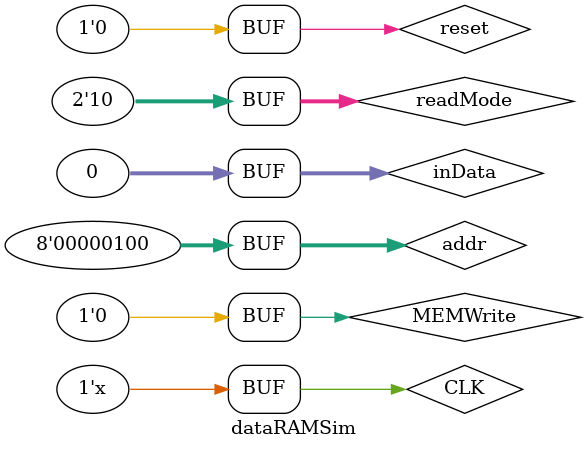
<source format=v>
`timescale 1 ns / 1 ps
`define cycleTime 10
module dataRAMSim();

reg  CLK;
reg  reset;
reg  MEMWrite;
reg  [7:0] addr;
reg  [1:0] readMode;
reg  [31:0] inData;
wire [31:0] outData;

initial 
begin
    CLK <= 0; reset <= 1; #40; reset <= 0;
    MEMWrite <= 1; readMode <= 2'b00; addr <= 8'd0; inData <= 32'hbbbba00a;
    #40;
    MEMWrite <= 1; readMode <= 2'b01; addr <= 8'd2; inData <= 32'hbbbba00a;
    #40;
    MEMWrite <= 1; readMode <= 2'b10; addr <= 8'd4; inData <= 32'hbbbba00a;
    #40;
    MEMWrite <= 0; readMode <= 2'b00; addr <= 8'd0; inData <= 0; 
    #40; 
    MEMWrite <= 0; readMode <= 2'b01; addr <= 8'd0; inData <= 0; 
    #40;
    MEMWrite <= 0; readMode <= 2'b10; addr <= 8'd0; inData <= 0; 
    #40;
    MEMWrite <= 0; readMode <= 2'b10; addr <= 8'd4; inData <= 0;
end

RAM RAM (CLK,MEMWrite,readMode,addr,inData,outData);
always # (`cycleTime / 2)
begin
    CLK <= ~CLK;
end


endmodule
</source>
